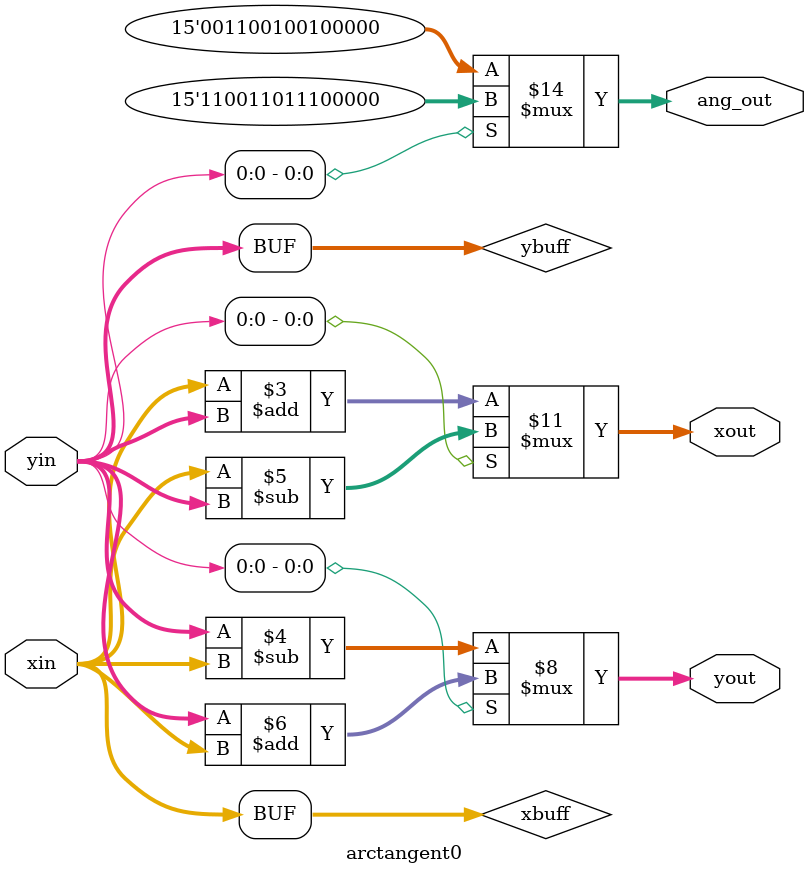
<source format=v>
`timescale 1ns / 1ps
module arctangent0( xin, yin , xout, yout, ang_out);
//input clk;
input signed [0:14] xin, yin;
output reg signed [0:14] xout, yout;
output reg signed [0:14] ang_out;

//wire rev;
//assign rev = yin[0];
reg signed [0:14] xbuff, ybuff;

//always @(xin or yin)
//begin
//xbuff = xin;
//ybuff = yin;
//end
//assign xout = xin + ybuff;
//assign yout = yin - xbuff;

always @(xin or yin)
begin
    xbuff = xin;
    ybuff = yin;
    if(yin[0] == 1'b0)
    begin
        ang_out = 15'd6432;
        xout = xin + ybuff;
        yout = yin - xbuff;
    end
    else
    begin
        ang_out = -15'd6432;
        xout = xin - ybuff;
        yout = yin + xbuff;
    end
end

endmodule

</source>
